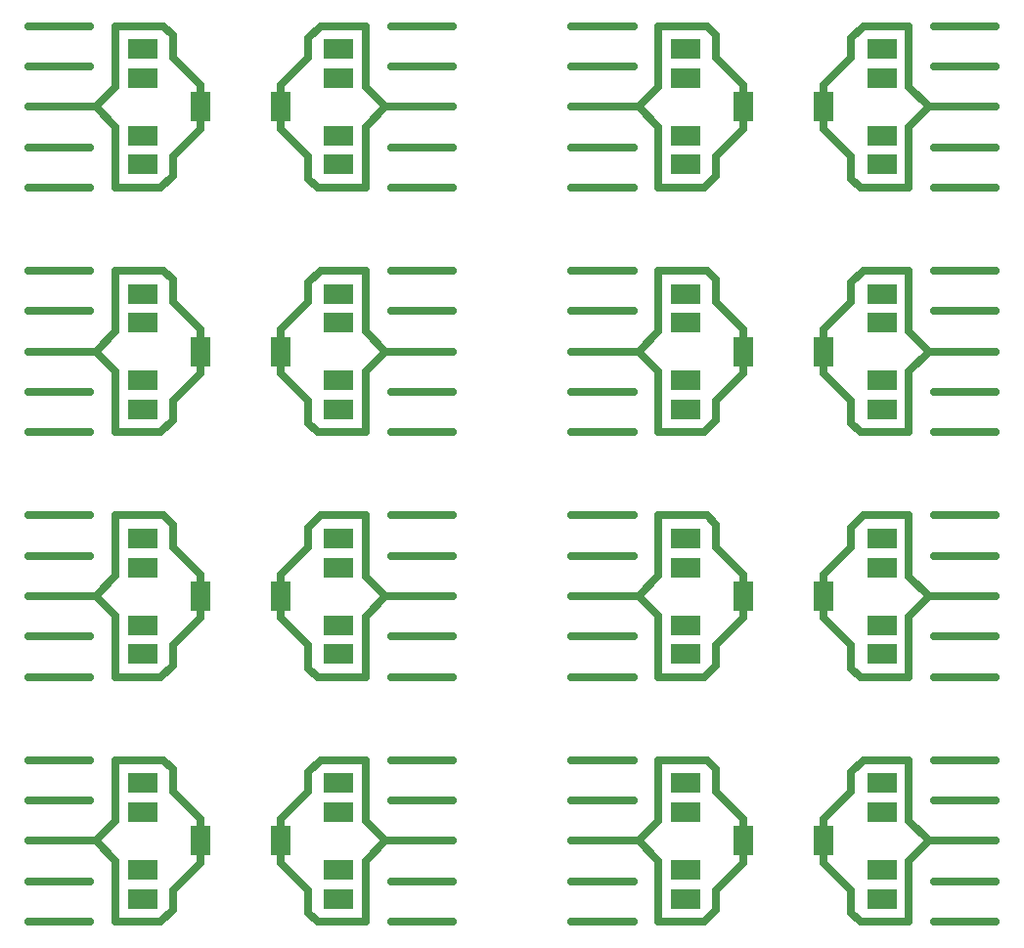
<source format=gbl>
G04 #@! TF.GenerationSoftware,KiCad,Pcbnew,(5.1.5)-3*
G04 #@! TF.CreationDate,2020-06-26T23:59:25-04:00*
G04 #@! TF.ProjectId,output_only,6f757470-7574-45f6-9f6e-6c792e6b6963,0.1*
G04 #@! TF.SameCoordinates,Original*
G04 #@! TF.FileFunction,Copper,L2,Bot*
G04 #@! TF.FilePolarity,Positive*
%FSLAX46Y46*%
G04 Gerber Fmt 4.6, Leading zero omitted, Abs format (unit mm)*
G04 Created by KiCad (PCBNEW (5.1.5)-3) date 2020-06-26 23:59:25*
%MOMM*%
%LPD*%
G04 APERTURE LIST*
%ADD10R,2.500000X1.800000*%
%ADD11R,1.800000X2.500000*%
%ADD12C,0.609600*%
%ADD13C,0.635000*%
G04 APERTURE END LIST*
D10*
X93050000Y-135004000D03*
X93050000Y-125004000D03*
D11*
X98050000Y-130004000D03*
D10*
X93050000Y-132504000D03*
X93050000Y-127504000D03*
X93050000Y-106304000D03*
X93050000Y-111304000D03*
D11*
X98050000Y-108804000D03*
D10*
X93050000Y-103804000D03*
X93050000Y-113804000D03*
X110050000Y-103804000D03*
X110050000Y-113804000D03*
D11*
X105050000Y-108804000D03*
D10*
X110050000Y-106304000D03*
X110050000Y-111304000D03*
X110050000Y-132504000D03*
X110050000Y-127504000D03*
D11*
X105050000Y-130004000D03*
D10*
X110050000Y-135004000D03*
X110050000Y-125004000D03*
X157050000Y-111304000D03*
X157050000Y-106304000D03*
D11*
X152050000Y-108804000D03*
D10*
X157050000Y-113804000D03*
X157050000Y-103804000D03*
X140050000Y-113804000D03*
X140050000Y-103804000D03*
D11*
X145050000Y-108804000D03*
D10*
X140050000Y-111304000D03*
X140050000Y-106304000D03*
X140050000Y-127504000D03*
X140050000Y-132504000D03*
D11*
X145050000Y-130004000D03*
D10*
X140050000Y-125004000D03*
X140050000Y-135004000D03*
X157050000Y-125004000D03*
X157050000Y-135004000D03*
D11*
X152050000Y-130004000D03*
D10*
X157050000Y-127504000D03*
X157050000Y-132504000D03*
X140050000Y-63904000D03*
X140050000Y-68904000D03*
D11*
X145050000Y-66404000D03*
D10*
X140050000Y-61404000D03*
X140050000Y-71404000D03*
X157050000Y-61404000D03*
X157050000Y-71404000D03*
D11*
X152050000Y-66404000D03*
D10*
X157050000Y-63904000D03*
X157050000Y-68904000D03*
X157050000Y-90104000D03*
X157050000Y-85104000D03*
D11*
X152050000Y-87604000D03*
D10*
X157050000Y-92604000D03*
X157050000Y-82604000D03*
X140050000Y-92604000D03*
X140050000Y-82604000D03*
D11*
X145050000Y-87604000D03*
D10*
X140050000Y-90104000D03*
X140050000Y-85104000D03*
X110050000Y-68904000D03*
X110050000Y-63904000D03*
D11*
X105050000Y-66404000D03*
D10*
X110050000Y-71404000D03*
X110050000Y-61404000D03*
X93050000Y-71404000D03*
X93050000Y-61404000D03*
D11*
X98050000Y-66404000D03*
D10*
X93050000Y-68904000D03*
X93050000Y-63904000D03*
X93050000Y-85104000D03*
X93050000Y-90104000D03*
D11*
X98050000Y-87604000D03*
D10*
X93050000Y-82604000D03*
X93050000Y-92604000D03*
X110050000Y-82604000D03*
X110050000Y-92604000D03*
D11*
X105050000Y-87604000D03*
D10*
X110050000Y-85104000D03*
X110050000Y-90104000D03*
D12*
X114550000Y-80604000D03*
X114550000Y-91104000D03*
X88550000Y-87604000D03*
X114550000Y-94604000D03*
X88550000Y-94604000D03*
X88550000Y-84104000D03*
X114550000Y-84104000D03*
X88550000Y-80604000D03*
X114550000Y-87604000D03*
X88550000Y-91104000D03*
X88550000Y-59404000D03*
X88550000Y-69904000D03*
X88550000Y-73404000D03*
X88550000Y-66404000D03*
X88550000Y-62904000D03*
X114550000Y-73404000D03*
X114550000Y-66404000D03*
X114550000Y-69904000D03*
X114550000Y-62904000D03*
X114550000Y-59404000D03*
X135550000Y-91104000D03*
X161550000Y-84104000D03*
X161550000Y-80604000D03*
X161550000Y-91104000D03*
X161550000Y-94604000D03*
X135550000Y-94604000D03*
X161550000Y-87604000D03*
X135550000Y-87604000D03*
X135550000Y-84104000D03*
X135550000Y-80604000D03*
X135550000Y-66404000D03*
X161550000Y-62904000D03*
X161550000Y-59404000D03*
X135550000Y-73404000D03*
X161550000Y-69904000D03*
X161550000Y-66404000D03*
X135550000Y-62904000D03*
X161550000Y-73404000D03*
X135550000Y-69904000D03*
X135550000Y-59404000D03*
X161550000Y-123004000D03*
X135550000Y-133504000D03*
X161550000Y-137004000D03*
X161550000Y-130004000D03*
X161550000Y-126504000D03*
X161550000Y-133504000D03*
X135550000Y-137004000D03*
X135550000Y-130004000D03*
X135550000Y-126504000D03*
X135550000Y-123004000D03*
X135550000Y-108804000D03*
X135550000Y-115804000D03*
X135550000Y-101804000D03*
X161550000Y-101804000D03*
X161550000Y-112304000D03*
X135550000Y-105304000D03*
X161550000Y-105304000D03*
X161550000Y-108804000D03*
X161550000Y-115804000D03*
X135550000Y-112304000D03*
X88550000Y-130004000D03*
X88550000Y-108804000D03*
X114550000Y-115804000D03*
X114550000Y-123004000D03*
X88550000Y-133504000D03*
X114550000Y-126504000D03*
X88550000Y-112304000D03*
X88550000Y-101804000D03*
X114550000Y-137004000D03*
X88550000Y-126504000D03*
X114550000Y-133504000D03*
X114550000Y-130004000D03*
X88550000Y-137004000D03*
X88550000Y-105304000D03*
X88550000Y-115804000D03*
X114550000Y-112304000D03*
X114550000Y-105304000D03*
X88550000Y-123004000D03*
X114550000Y-108804000D03*
X114550000Y-101804000D03*
D13*
X114118948Y-87604000D02*
X114550000Y-87604000D01*
X95677000Y-91862000D02*
X95677000Y-93573000D01*
X112361000Y-94604000D02*
X112361000Y-89361948D01*
X112391000Y-84190000D02*
X112391000Y-85876052D01*
X107423000Y-83346000D02*
X107423000Y-81635000D01*
X98050000Y-85719000D02*
X95677000Y-83346000D01*
X112361000Y-89361948D02*
X114118948Y-87604000D01*
X105050000Y-85719000D02*
X107423000Y-83346000D01*
X98050000Y-89489000D02*
X95677000Y-91862000D01*
X88550000Y-80604000D02*
X83150000Y-80604000D01*
X114550000Y-91104000D02*
X119950000Y-91104000D01*
X105050000Y-89489000D02*
X107423000Y-91862000D01*
X112391000Y-85876052D02*
X114118948Y-87604000D01*
X114550000Y-94604000D02*
X119950000Y-94604000D01*
X114550000Y-80604000D02*
X119950000Y-80604000D01*
X105050000Y-87604000D02*
X105050000Y-89489000D01*
X107423000Y-91862000D02*
X107423000Y-93827000D01*
X114550000Y-87604000D02*
X119950000Y-87604000D01*
X108200000Y-94604000D02*
X112361000Y-94604000D01*
X88550000Y-87604000D02*
X83150000Y-87604000D01*
X107423000Y-81635000D02*
X108454000Y-80604000D01*
X107423000Y-93827000D02*
X108200000Y-94604000D01*
X105050000Y-87604000D02*
X105050000Y-85719000D01*
X108454000Y-80604000D02*
X112391000Y-80604000D01*
X88550000Y-91104000D02*
X83150000Y-91104000D01*
X112391000Y-80604000D02*
X112391000Y-84190000D01*
X88550000Y-94604000D02*
X83150000Y-94604000D01*
X88550000Y-84104000D02*
X83150000Y-84104000D01*
X114550000Y-84104000D02*
X119950000Y-84104000D01*
X98050000Y-87604000D02*
X98050000Y-85719000D01*
X95677000Y-81381000D02*
X94900000Y-80604000D01*
X94900000Y-80604000D02*
X90739000Y-80604000D01*
X95677000Y-93573000D02*
X94646000Y-94604000D01*
X90709000Y-91018000D02*
X90709000Y-89331948D01*
X88981052Y-87604000D02*
X88550000Y-87604000D01*
X95677000Y-83346000D02*
X95677000Y-81381000D01*
X90739000Y-80604000D02*
X90739000Y-85846052D01*
X90739000Y-85846052D02*
X88981052Y-87604000D01*
X94646000Y-94604000D02*
X90709000Y-94604000D01*
X90709000Y-94604000D02*
X90709000Y-91018000D01*
X98050000Y-87604000D02*
X98050000Y-89489000D01*
X90709000Y-89331948D02*
X88981052Y-87604000D01*
X112391000Y-59404000D02*
X112391000Y-62990000D01*
X107423000Y-72627000D02*
X108200000Y-73404000D01*
X114550000Y-69904000D02*
X119950000Y-69904000D01*
X105050000Y-68289000D02*
X107423000Y-70662000D01*
X112391000Y-64676052D02*
X114118948Y-66404000D01*
X107423000Y-60435000D02*
X108454000Y-59404000D01*
X114550000Y-73404000D02*
X119950000Y-73404000D01*
X114550000Y-59404000D02*
X119950000Y-59404000D01*
X114550000Y-66404000D02*
X119950000Y-66404000D01*
X105050000Y-64519000D02*
X107423000Y-62146000D01*
X112361000Y-68161948D02*
X114118948Y-66404000D01*
X105050000Y-66404000D02*
X105050000Y-68289000D01*
X114550000Y-62904000D02*
X119950000Y-62904000D01*
X107423000Y-70662000D02*
X107423000Y-72627000D01*
X108200000Y-73404000D02*
X112361000Y-73404000D01*
X105050000Y-66404000D02*
X105050000Y-64519000D01*
X108454000Y-59404000D02*
X112391000Y-59404000D01*
X88550000Y-69904000D02*
X83150000Y-69904000D01*
X88550000Y-59404000D02*
X83150000Y-59404000D01*
X88550000Y-66404000D02*
X83150000Y-66404000D01*
X88550000Y-73404000D02*
X83150000Y-73404000D01*
X88550000Y-62904000D02*
X83150000Y-62904000D01*
X98050000Y-64519000D02*
X95677000Y-62146000D01*
X98050000Y-68289000D02*
X95677000Y-70662000D01*
X90739000Y-64646052D02*
X88981052Y-66404000D01*
X98050000Y-66404000D02*
X98050000Y-68289000D01*
X95677000Y-62146000D02*
X95677000Y-60181000D01*
X95677000Y-60181000D02*
X94900000Y-59404000D01*
X90709000Y-68131948D02*
X88981052Y-66404000D01*
X94900000Y-59404000D02*
X90739000Y-59404000D01*
X98050000Y-66404000D02*
X98050000Y-64519000D01*
X95677000Y-72373000D02*
X94646000Y-73404000D01*
X94646000Y-73404000D02*
X90709000Y-73404000D01*
X90709000Y-73404000D02*
X90709000Y-69818000D01*
X90709000Y-69818000D02*
X90709000Y-68131948D01*
X88981052Y-66404000D02*
X88550000Y-66404000D01*
X90739000Y-59404000D02*
X90739000Y-64646052D01*
X95677000Y-70662000D02*
X95677000Y-72373000D01*
X107423000Y-62146000D02*
X107423000Y-60435000D01*
X112361000Y-73404000D02*
X112361000Y-68161948D01*
X114118948Y-66404000D02*
X114550000Y-66404000D01*
X112391000Y-62990000D02*
X112391000Y-64676052D01*
X145050000Y-66404000D02*
X145050000Y-64519000D01*
X142677000Y-70662000D02*
X142677000Y-72373000D01*
X135550000Y-62904000D02*
X130150000Y-62904000D01*
X135550000Y-73404000D02*
X130150000Y-73404000D01*
X145050000Y-68289000D02*
X142677000Y-70662000D01*
X137709000Y-73404000D02*
X137709000Y-69818000D01*
X145050000Y-64519000D02*
X142677000Y-62146000D01*
X145050000Y-66404000D02*
X145050000Y-68289000D01*
X142677000Y-62146000D02*
X142677000Y-60181000D01*
X137709000Y-68131948D02*
X135981052Y-66404000D01*
X141900000Y-59404000D02*
X137739000Y-59404000D01*
X137739000Y-64646052D02*
X135981052Y-66404000D01*
X141646000Y-73404000D02*
X137709000Y-73404000D01*
X142677000Y-72373000D02*
X141646000Y-73404000D01*
X137709000Y-69818000D02*
X137709000Y-68131948D01*
X135550000Y-66404000D02*
X130150000Y-66404000D01*
X135981052Y-66404000D02*
X135550000Y-66404000D01*
X137739000Y-59404000D02*
X137739000Y-64646052D01*
X135550000Y-69904000D02*
X130150000Y-69904000D01*
X142677000Y-60181000D02*
X141900000Y-59404000D01*
X135550000Y-59404000D02*
X130150000Y-59404000D01*
X159391000Y-62990000D02*
X159391000Y-64676052D01*
X154423000Y-62146000D02*
X154423000Y-60435000D01*
X161118948Y-66404000D02*
X161550000Y-66404000D01*
X159361000Y-73404000D02*
X159361000Y-68161948D01*
X154423000Y-70662000D02*
X154423000Y-72627000D01*
X152050000Y-64519000D02*
X154423000Y-62146000D01*
X154423000Y-72627000D02*
X155200000Y-73404000D01*
X161550000Y-66404000D02*
X166950000Y-66404000D01*
X159391000Y-64676052D02*
X161118948Y-66404000D01*
X159391000Y-59404000D02*
X159391000Y-62990000D01*
X161550000Y-69904000D02*
X166950000Y-69904000D01*
X154423000Y-60435000D02*
X155454000Y-59404000D01*
X152050000Y-66404000D02*
X152050000Y-68289000D01*
X152050000Y-68289000D02*
X154423000Y-70662000D01*
X161550000Y-73404000D02*
X166950000Y-73404000D01*
X161550000Y-59404000D02*
X166950000Y-59404000D01*
X159361000Y-68161948D02*
X161118948Y-66404000D01*
X161550000Y-62904000D02*
X166950000Y-62904000D01*
X155200000Y-73404000D02*
X159361000Y-73404000D01*
X155454000Y-59404000D02*
X159391000Y-59404000D01*
X152050000Y-66404000D02*
X152050000Y-64519000D01*
X154423000Y-83346000D02*
X154423000Y-81635000D01*
X161550000Y-94604000D02*
X166950000Y-94604000D01*
X152050000Y-87604000D02*
X152050000Y-89489000D01*
X159361000Y-89361948D02*
X161118948Y-87604000D01*
X154423000Y-91862000D02*
X154423000Y-93827000D01*
X161550000Y-91104000D02*
X166950000Y-91104000D01*
X161550000Y-87604000D02*
X166950000Y-87604000D01*
X135550000Y-80604000D02*
X130150000Y-80604000D01*
X159391000Y-84190000D02*
X159391000Y-85876052D01*
X152050000Y-85719000D02*
X154423000Y-83346000D01*
X142677000Y-91862000D02*
X142677000Y-93573000D01*
X145050000Y-85719000D02*
X142677000Y-83346000D01*
X145050000Y-89489000D02*
X142677000Y-91862000D01*
X152050000Y-89489000D02*
X154423000Y-91862000D01*
X159361000Y-94604000D02*
X159361000Y-89361948D01*
X159391000Y-85876052D02*
X161118948Y-87604000D01*
X161550000Y-80604000D02*
X166950000Y-80604000D01*
X161118948Y-87604000D02*
X161550000Y-87604000D01*
X155200000Y-94604000D02*
X159361000Y-94604000D01*
X135550000Y-87604000D02*
X130150000Y-87604000D01*
X154423000Y-81635000D02*
X155454000Y-80604000D01*
X159391000Y-80604000D02*
X159391000Y-84190000D01*
X137739000Y-85846052D02*
X135981052Y-87604000D01*
X137709000Y-89331948D02*
X135981052Y-87604000D01*
X135550000Y-91104000D02*
X130150000Y-91104000D01*
X161550000Y-84104000D02*
X166950000Y-84104000D01*
X142677000Y-81381000D02*
X141900000Y-80604000D01*
X137739000Y-80604000D02*
X137739000Y-85846052D01*
X155454000Y-80604000D02*
X159391000Y-80604000D01*
X142677000Y-93573000D02*
X141646000Y-94604000D01*
X135550000Y-94604000D02*
X130150000Y-94604000D01*
X137709000Y-91018000D02*
X137709000Y-89331948D01*
X142677000Y-83346000D02*
X142677000Y-81381000D01*
X137709000Y-94604000D02*
X137709000Y-91018000D01*
X141646000Y-94604000D02*
X137709000Y-94604000D01*
X145050000Y-87604000D02*
X145050000Y-89489000D01*
X152050000Y-87604000D02*
X152050000Y-85719000D01*
X135550000Y-84104000D02*
X130150000Y-84104000D01*
X145050000Y-87604000D02*
X145050000Y-85719000D01*
X154423000Y-93827000D02*
X155200000Y-94604000D01*
X135981052Y-87604000D02*
X135550000Y-87604000D01*
X141900000Y-80604000D02*
X137739000Y-80604000D01*
X154423000Y-115027000D02*
X155200000Y-115804000D01*
X135550000Y-101804000D02*
X130150000Y-101804000D01*
X152050000Y-110689000D02*
X154423000Y-113062000D01*
X152050000Y-106919000D02*
X154423000Y-104546000D01*
X145050000Y-106919000D02*
X142677000Y-104546000D01*
X137739000Y-107046052D02*
X135981052Y-108804000D01*
X142677000Y-113062000D02*
X142677000Y-114773000D01*
X135550000Y-108804000D02*
X130150000Y-108804000D01*
X137709000Y-112218000D02*
X137709000Y-110531948D01*
X142677000Y-102581000D02*
X141900000Y-101804000D01*
X145050000Y-108804000D02*
X145050000Y-110689000D01*
X137709000Y-110531948D02*
X135981052Y-108804000D01*
X142677000Y-114773000D02*
X141646000Y-115804000D01*
X154423000Y-104546000D02*
X154423000Y-102835000D01*
X135550000Y-105304000D02*
X130150000Y-105304000D01*
X135550000Y-112304000D02*
X130150000Y-112304000D01*
X154423000Y-113062000D02*
X154423000Y-115027000D01*
X161550000Y-108804000D02*
X166950000Y-108804000D01*
X135981052Y-108804000D02*
X135550000Y-108804000D01*
X145050000Y-108804000D02*
X145050000Y-106919000D01*
X141900000Y-101804000D02*
X137739000Y-101804000D01*
X159391000Y-105390000D02*
X159391000Y-107076052D01*
X137709000Y-115804000D02*
X137709000Y-112218000D01*
X142677000Y-104546000D02*
X142677000Y-102581000D01*
X159361000Y-115804000D02*
X159361000Y-110561948D01*
X161550000Y-112304000D02*
X166950000Y-112304000D01*
X141646000Y-115804000D02*
X137709000Y-115804000D01*
X152050000Y-108804000D02*
X152050000Y-110689000D01*
X159391000Y-101804000D02*
X159391000Y-105390000D01*
X154423000Y-102835000D02*
X155454000Y-101804000D01*
X159391000Y-107076052D02*
X161118948Y-108804000D01*
X137739000Y-101804000D02*
X137739000Y-107046052D01*
X145050000Y-110689000D02*
X142677000Y-113062000D01*
X161118948Y-108804000D02*
X161550000Y-108804000D01*
X135550000Y-115804000D02*
X130150000Y-115804000D01*
X159361000Y-131761948D02*
X161118948Y-130004000D01*
X161550000Y-137004000D02*
X166950000Y-137004000D01*
X155454000Y-101804000D02*
X159391000Y-101804000D01*
X161550000Y-101804000D02*
X166950000Y-101804000D01*
X161550000Y-115804000D02*
X166950000Y-115804000D01*
X161550000Y-105304000D02*
X166950000Y-105304000D01*
X159361000Y-110561948D02*
X161118948Y-108804000D01*
X155200000Y-115804000D02*
X159361000Y-115804000D01*
X152050000Y-108804000D02*
X152050000Y-106919000D01*
X154423000Y-125746000D02*
X154423000Y-124035000D01*
X152050000Y-130004000D02*
X152050000Y-131889000D01*
X154423000Y-136227000D02*
X155200000Y-137004000D01*
X141900000Y-123004000D02*
X137739000Y-123004000D01*
X141646000Y-137004000D02*
X137709000Y-137004000D01*
X145050000Y-130004000D02*
X145050000Y-128119000D01*
X135550000Y-126504000D02*
X130150000Y-126504000D01*
X145050000Y-130004000D02*
X145050000Y-131889000D01*
X135981052Y-130004000D02*
X135550000Y-130004000D01*
X152050000Y-130004000D02*
X152050000Y-128119000D01*
X159391000Y-126590000D02*
X159391000Y-128276052D01*
X161550000Y-130004000D02*
X166950000Y-130004000D01*
X152050000Y-131889000D02*
X154423000Y-134262000D01*
X145050000Y-128119000D02*
X142677000Y-125746000D01*
X159391000Y-128276052D02*
X161118948Y-130004000D01*
X135550000Y-130004000D02*
X130150000Y-130004000D01*
X154423000Y-134262000D02*
X154423000Y-136227000D01*
X154423000Y-124035000D02*
X155454000Y-123004000D01*
X152050000Y-128119000D02*
X154423000Y-125746000D01*
X161550000Y-133504000D02*
X166950000Y-133504000D01*
X161550000Y-123004000D02*
X166950000Y-123004000D01*
X142677000Y-134262000D02*
X142677000Y-135973000D01*
X135550000Y-123004000D02*
X130150000Y-123004000D01*
X155200000Y-137004000D02*
X159361000Y-137004000D01*
X161118948Y-130004000D02*
X161550000Y-130004000D01*
X159361000Y-137004000D02*
X159361000Y-131761948D01*
X145050000Y-131889000D02*
X142677000Y-134262000D01*
X135550000Y-133504000D02*
X130150000Y-133504000D01*
X159391000Y-123004000D02*
X159391000Y-126590000D01*
X137709000Y-131731948D02*
X135981052Y-130004000D01*
X137739000Y-128246052D02*
X135981052Y-130004000D01*
X142677000Y-123781000D02*
X141900000Y-123004000D01*
X142677000Y-135973000D02*
X141646000Y-137004000D01*
X135550000Y-137004000D02*
X130150000Y-137004000D01*
X155454000Y-123004000D02*
X159391000Y-123004000D01*
X137709000Y-133418000D02*
X137709000Y-131731948D01*
X137709000Y-137004000D02*
X137709000Y-133418000D01*
X137739000Y-123004000D02*
X137739000Y-128246052D01*
X142677000Y-125746000D02*
X142677000Y-123781000D01*
X161550000Y-126504000D02*
X166950000Y-126504000D01*
X98050000Y-108804000D02*
X98050000Y-110689000D01*
X90739000Y-107046052D02*
X88981052Y-108804000D01*
X107423000Y-104546000D02*
X107423000Y-102835000D01*
X95677000Y-102581000D02*
X94900000Y-101804000D01*
X90709000Y-112218000D02*
X90709000Y-110531948D01*
X98050000Y-110689000D02*
X95677000Y-113062000D01*
X95677000Y-104546000D02*
X95677000Y-102581000D01*
X94900000Y-101804000D02*
X90739000Y-101804000D01*
X90709000Y-115804000D02*
X90709000Y-112218000D01*
X95677000Y-113062000D02*
X95677000Y-114773000D01*
X88981052Y-108804000D02*
X88550000Y-108804000D01*
X90739000Y-101804000D02*
X90739000Y-107046052D01*
X90709000Y-110531948D02*
X88981052Y-108804000D01*
X95677000Y-114773000D02*
X94646000Y-115804000D01*
X112361000Y-115804000D02*
X112361000Y-110561948D01*
X98050000Y-108804000D02*
X98050000Y-106919000D01*
X98050000Y-106919000D02*
X95677000Y-104546000D01*
X114118948Y-108804000D02*
X114550000Y-108804000D01*
X94646000Y-115804000D02*
X90709000Y-115804000D01*
X112391000Y-105390000D02*
X112391000Y-107076052D01*
X88550000Y-108804000D02*
X83150000Y-108804000D01*
X88550000Y-115804000D02*
X83150000Y-115804000D01*
X88550000Y-105304000D02*
X83150000Y-105304000D01*
X88550000Y-101804000D02*
X83150000Y-101804000D01*
X105050000Y-108804000D02*
X105050000Y-106919000D01*
X108454000Y-101804000D02*
X112391000Y-101804000D01*
X114550000Y-105304000D02*
X119950000Y-105304000D01*
X114550000Y-108804000D02*
X119950000Y-108804000D01*
X112391000Y-107076052D02*
X114118948Y-108804000D01*
X105050000Y-110689000D02*
X107423000Y-113062000D01*
X112361000Y-110561948D02*
X114118948Y-108804000D01*
X105050000Y-108804000D02*
X105050000Y-110689000D01*
X105050000Y-106919000D02*
X107423000Y-104546000D01*
X114550000Y-112304000D02*
X119950000Y-112304000D01*
X107423000Y-113062000D02*
X107423000Y-115027000D01*
X107423000Y-115027000D02*
X108200000Y-115804000D01*
X114550000Y-115804000D02*
X119950000Y-115804000D01*
X114550000Y-101804000D02*
X119950000Y-101804000D01*
X108200000Y-115804000D02*
X112361000Y-115804000D01*
X88550000Y-112304000D02*
X83150000Y-112304000D01*
X112391000Y-101804000D02*
X112391000Y-105390000D01*
X107423000Y-102835000D02*
X108454000Y-101804000D01*
X94900000Y-123004000D02*
X90739000Y-123004000D01*
X98050000Y-130004000D02*
X98050000Y-131889000D01*
X114550000Y-126504000D02*
X119950000Y-126504000D01*
X90709000Y-131731948D02*
X88981052Y-130004000D01*
X90709000Y-133418000D02*
X90709000Y-131731948D01*
X95677000Y-123781000D02*
X94900000Y-123004000D01*
X95677000Y-135973000D02*
X94646000Y-137004000D01*
X90739000Y-128246052D02*
X88981052Y-130004000D01*
X98050000Y-130004000D02*
X98050000Y-128119000D01*
X88981052Y-130004000D02*
X88550000Y-130004000D01*
X90709000Y-137004000D02*
X90709000Y-133418000D01*
X95677000Y-125746000D02*
X95677000Y-123781000D01*
X94646000Y-137004000D02*
X90709000Y-137004000D01*
X90739000Y-123004000D02*
X90739000Y-128246052D01*
X98050000Y-131889000D02*
X95677000Y-134262000D01*
X112391000Y-123004000D02*
X112391000Y-126590000D01*
X108454000Y-123004000D02*
X112391000Y-123004000D01*
X88550000Y-123004000D02*
X83150000Y-123004000D01*
X114550000Y-137004000D02*
X119950000Y-137004000D01*
X114550000Y-123004000D02*
X119950000Y-123004000D01*
X114550000Y-133504000D02*
X119950000Y-133504000D01*
X88550000Y-130004000D02*
X83150000Y-130004000D01*
X105050000Y-130004000D02*
X105050000Y-128119000D01*
X107423000Y-134262000D02*
X107423000Y-136227000D01*
X88550000Y-133504000D02*
X83150000Y-133504000D01*
X88550000Y-137004000D02*
X83150000Y-137004000D01*
X112391000Y-128276052D02*
X114118948Y-130004000D01*
X114550000Y-130004000D02*
X119950000Y-130004000D01*
X107423000Y-124035000D02*
X108454000Y-123004000D01*
X108200000Y-137004000D02*
X112361000Y-137004000D01*
X105050000Y-131889000D02*
X107423000Y-134262000D01*
X107423000Y-136227000D02*
X108200000Y-137004000D01*
X105050000Y-130004000D02*
X105050000Y-131889000D01*
X88550000Y-126504000D02*
X83150000Y-126504000D01*
X107423000Y-125746000D02*
X107423000Y-124035000D01*
X105050000Y-128119000D02*
X107423000Y-125746000D01*
X95677000Y-134262000D02*
X95677000Y-135973000D01*
X112361000Y-131761948D02*
X114118948Y-130004000D01*
X114118948Y-130004000D02*
X114550000Y-130004000D01*
X98050000Y-128119000D02*
X95677000Y-125746000D01*
X112361000Y-137004000D02*
X112361000Y-131761948D01*
X112391000Y-126590000D02*
X112391000Y-128276052D01*
M02*

</source>
